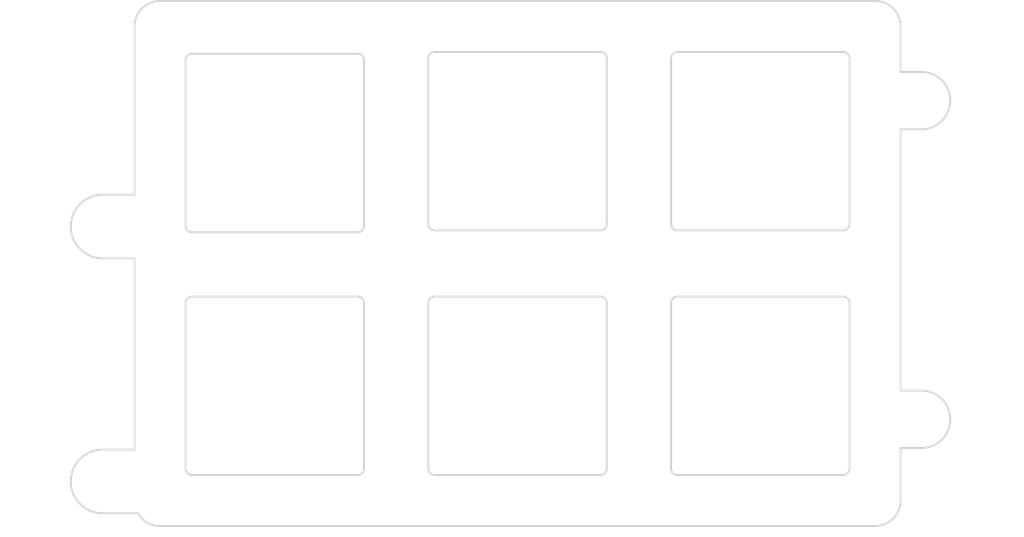
<source format=kicad_pcb>
(kicad_pcb (version 20221018) (generator pcbnew)
  (title_block (comment 1 "Open source hardware, CERN-OHL-P v2"))
  (layers (0 "F.Cu" signal) (31 "B.Cu" signal) (34 "B.Paste" user) (35 "F.Paste" user) (36 "B.SilkS" user "B.Silkscreen") (37 "F.SilkS" user "F.Silkscreen") (38 "B.Mask" user) (39 "F.Mask" user) (44 "Edge.Cuts" user))
  (net 0 "")
  (footprint "MountingHole:MountingHole_2.5mm" (layer "F.Cu") (at 110.429 96.7164)
    (fp_text reference "REF**" hide)
    (fp_text value "MountingHole_2.5mm")
    (pad "" np_thru_hole circle (at 0 0) (size 2.5 2.5) (drill 2.5) (layers "*.Cu" "*.Mask"))
  )
  (footprint "MountingHole:MountingHole_2.5mm" (layer "F.Cu") (at 110.429 116.7164)
    (fp_text reference "REF**" hide)
    (fp_text value "MountingHole_2.5mm")
    (pad "" np_thru_hole circle (at 0 0) (size 2.5 2.5) (drill 2.5) (layers "*.Cu" "*.Mask"))
  )
  (footprint "MountingHole:MountingHole_2.5mm" (layer "F.Cu") (at 174.679 86.84017)
    (fp_text reference "REF**" hide)
    (fp_text value "MountingHole_2.5mm")
    (pad "" np_thru_hole circle (at 0 0) (size 2.5 2.5) (drill 2.5) (layers "*.Cu" "*.Mask"))
  )
  (footprint "MountingHole:MountingHole_2.5mm" (layer "F.Cu") (at 174.679 111.84017)
    (fp_text reference "REF**" hide)
    (fp_text value "MountingHole_2.5mm")
    (pad "" np_thru_hole circle (at 0 0) (size 2.5 2.5) (drill 2.5) (layers "*.Cu" "*.Mask"))
  )
  (gr_arc (start 171.029 79.01995) (mid 172.443214 79.605736) (end 173.029 81.01995) (stroke (width 0.15)) (layer "Edge.Cuts"))
  (gr_arc (start 149.979001 96.52) (mid 149.832554 96.873554) (end 149.479 97.020001) (stroke (width 0.15)) (layer "Edge.Cuts"))
  (gr_line (start 169.029 102.7164) (end 169.029 115.7164) (stroke (width 0.15)) (layer "Edge.Cuts"))
  (gr_arc (start 149.479 102.2164) (mid 149.832553 102.362847) (end 149.979 102.7164) (stroke (width 0.15)) (layer "Edge.Cuts"))
  (gr_line (start 114.929 120.2164) (end 171.029 120.2164) (stroke (width 0.15)) (layer "Edge.Cuts"))
  (gr_line (start 117.429 102.2164) (end 130.429 102.2164) (stroke (width 0.15)) (layer "Edge.Cuts"))
  (gr_arc (start 116.929 83.6664) (mid 117.075447 83.312847) (end 117.429 83.1664) (stroke (width 0.15)) (layer "Edge.Cuts"))
  (gr_arc (start 135.979 102.7164) (mid 136.125447 102.362847) (end 136.479 102.2164) (stroke (width 0.15)) (layer "Edge.Cuts"))
  (gr_arc (start 130.929 115.7164) (mid 130.782553 116.069953) (end 130.429 116.2164) (stroke (width 0.15)) (layer "Edge.Cuts"))
  (gr_line (start 168.529 116.2164) (end 155.529 116.2164) (stroke (width 0.15)) (layer "Edge.Cuts"))
  (gr_arc (start 130.929 96.6664) (mid 130.782553 97.019953) (end 130.429 97.1664) (stroke (width 0.15)) (layer "Edge.Cuts"))
  (gr_arc (start 149.479 83.019949) (mid 149.832554 83.166396) (end 149.979001 83.519949) (stroke (width 0.15)) (layer "Edge.Cuts"))
  (gr_line (start 174.679 84.59017) (end 173.029 84.59017) (stroke (width 0.15)) (layer "Edge.Cuts"))
  (gr_arc (start 135.978999 83.51995) (mid 136.125446 83.166396) (end 136.479 83.019949) (stroke (width 0.15)) (layer "Edge.Cuts"))
  (gr_arc (start 169.029 96.52) (mid 168.882553 96.873553) (end 168.529 97.02) (stroke (width 0.15)) (layer "Edge.Cuts"))
  (gr_arc (start 130.429 83.1664) (mid 130.782553 83.312847) (end 130.929 83.6664) (stroke (width 0.15)) (layer "Edge.Cuts"))
  (gr_line (start 130.429 97.1664) (end 117.429 97.1664) (stroke (width 0.15)) (layer "Edge.Cuts"))
  (gr_line (start 135.979 115.7164) (end 135.979 102.7164) (stroke (width 0.15)) (layer "Edge.Cuts"))
  (gr_line (start 130.929 102.7164) (end 130.929 115.7164) (stroke (width 0.15)) (layer "Edge.Cuts"))
  (gr_arc (start 136.478999 97.020001) (mid 136.125446 96.873554) (end 135.978999 96.52) (stroke (width 0.15)) (layer "Edge.Cuts"))
  (gr_line (start 174.679 109.59017) (end 173.029 109.59017) (stroke (width 0.15)) (layer "Edge.Cuts"))
  (gr_arc (start 155.529 97.02) (mid 155.175447 96.873553) (end 155.029 96.52) (stroke (width 0.15)) (layer "Edge.Cuts"))
  (gr_line (start 116.929 115.7164) (end 116.929 102.7164) (stroke (width 0.15)) (layer "Edge.Cuts"))
  (gr_line (start 135.978999 96.52) (end 135.978999 83.51995) (stroke (width 0.15)) (layer "Edge.Cuts"))
  (gr_arc (start 169.029 115.7164) (mid 168.882553 116.069953) (end 168.529 116.2164) (stroke (width 0.15)) (layer "Edge.Cuts"))
  (gr_line (start 173.029 84.59017) (end 173.029 81.01995) (stroke (width 0.15)) (layer "Edge.Cuts"))
  (gr_arc (start 136.479 116.2164) (mid 136.125447 116.069953) (end 135.979 115.7164) (stroke (width 0.15)) (layer "Edge.Cuts"))
  (gr_line (start 117.429 83.1664) (end 130.429 83.1664) (stroke (width 0.15)) (layer "Edge.Cuts"))
  (gr_line (start 116.929 96.6664) (end 116.929 83.6664) (stroke (width 0.15)) (layer "Edge.Cuts"))
  (gr_line (start 149.979001 83.519949) (end 149.979 96.52) (stroke (width 0.15)) (layer "Edge.Cuts"))
  (gr_line (start 130.429 116.2164) (end 117.429 116.2164) (stroke (width 0.15)) (layer "Edge.Cuts"))
  (gr_line (start 174.679 114.09017) (end 173.029 114.09017) (stroke (width 0.15)) (layer "Edge.Cuts"))
  (gr_arc (start 149.979 115.7164) (mid 149.832553 116.069953) (end 149.479 116.2164) (stroke (width 0.15)) (layer "Edge.Cuts"))
  (gr_arc (start 112.929 81.01995) (mid 113.514786 79.605736) (end 114.929 79.01995) (stroke (width 0.15)) (layer "Edge.Cuts"))
  (gr_arc (start 155.529 116.2164) (mid 155.175447 116.069953) (end 155.029 115.7164) (stroke (width 0.15)) (layer "Edge.Cuts"))
  (gr_line (start 168.529 97.02) (end 155.529 97.02) (stroke (width 0.15)) (layer "Edge.Cuts"))
  (gr_line (start 168.529 83.01995) (end 155.529 83.01995) (stroke (width 0.15)) (layer "Edge.Cuts"))
  (gr_arc (start 174.679 109.59017) (mid 176.929 111.84017) (end 174.679 114.09017) (stroke (width 0.15)) (layer "Edge.Cuts"))
  (gr_arc (start 155.029 102.7164) (mid 155.175447 102.362847) (end 155.529 102.2164) (stroke (width 0.15)) (layer "Edge.Cuts"))
  (gr_line (start 110.429 99.2164) (end 112.929 99.2164) (stroke (width 0.15)) (layer "Edge.Cuts"))
  (gr_arc (start 168.529 83.01995) (mid 168.882571 83.166394) (end 169.029 83.51995) (stroke (width 0.15)) (layer "Edge.Cuts"))
  (gr_line (start 149.979 102.7164) (end 149.979 115.7164) (stroke (width 0.15)) (layer "Edge.Cuts"))
  (gr_line (start 155.029 115.7164) (end 155.029 102.7164) (stroke (width 0.15)) (layer "Edge.Cuts"))
  (gr_line (start 173.029 109.59017) (end 173.029 89.09017) (stroke (width 0.15)) (layer "Edge.Cuts"))
  (gr_arc (start 110.429 99.2164) (mid 107.929 96.7164) (end 110.429 94.2164) (stroke (width 0.15)) (layer "Edge.Cuts"))
  (gr_arc (start 116.929 102.7164) (mid 117.075447 102.362847) (end 117.429 102.2164) (stroke (width 0.15)) (layer "Edge.Cuts"))
  (gr_line (start 114.929 79.01995) (end 171.029 79.01995) (stroke (width 0.15)) (layer "Edge.Cuts"))
  (gr_arc (start 174.679 84.59017) (mid 176.929 86.84017) (end 174.679 89.09017) (stroke (width 0.15)) (layer "Edge.Cuts"))
  (gr_line (start 149.479 116.2164) (end 136.479 116.2164) (stroke (width 0.15)) (layer "Edge.Cuts"))
  (gr_line (start 110.429 114.2164) (end 112.929 114.2164) (stroke (width 0.15)) (layer "Edge.Cuts"))
  (gr_line (start 174.679 89.09017) (end 173.029 89.09017) (stroke (width 0.15)) (layer "Edge.Cuts"))
  (gr_arc (start 117.429 97.1664) (mid 117.075447 97.019953) (end 116.929 96.6664) (stroke (width 0.15)) (layer "Edge.Cuts"))
  (gr_line (start 136.479 102.2164) (end 149.479 102.2164) (stroke (width 0.15)) (layer "Edge.Cuts"))
  (gr_line (start 110.429 119.2164) (end 113.196949 119.2164) (stroke (width 0.15)) (layer "Edge.Cuts"))
  (gr_arc (start 130.429 102.2164) (mid 130.782553 102.362847) (end 130.929 102.7164) (stroke (width 0.15)) (layer "Edge.Cuts"))
  (gr_line (start 173.029 118.2164) (end 173.029 114.09017) (stroke (width 0.15)) (layer "Edge.Cuts"))
  (gr_line (start 149.479 97.02) (end 136.478999 97.020001) (stroke (width 0.15)) (layer "Edge.Cuts"))
  (gr_arc (start 110.429 119.2164) (mid 107.929 116.7164) (end 110.429 114.2164) (stroke (width 0.15)) (layer "Edge.Cuts"))
  (gr_line (start 136.479 83.01995) (end 149.479 83.01995) (stroke (width 0.15)) (layer "Edge.Cuts"))
  (gr_line (start 110.429 94.2164) (end 112.929 94.2164) (stroke (width 0.15)) (layer "Edge.Cuts"))
  (gr_arc (start 173.029 118.2164) (mid 172.443214 119.630614) (end 171.029 120.2164) (stroke (width 0.15)) (layer "Edge.Cuts"))
  (gr_line (start 155.029 96.52) (end 155.029 83.51995) (stroke (width 0.15)) (layer "Edge.Cuts"))
  (gr_arc (start 117.429 116.2164) (mid 117.075447 116.069953) (end 116.929 115.7164) (stroke (width 0.15)) (layer "Edge.Cuts"))
  (gr_line (start 155.529 102.2164) (end 168.529 102.2164) (stroke (width 0.15)) (layer "Edge.Cuts"))
  (gr_line (start 130.929 83.6664) (end 130.929 96.6664) (stroke (width 0.15)) (layer "Edge.Cuts"))
  (gr_line (start 112.929 94.2164) (end 112.929 81.01995) (stroke (width 0.15)) (layer "Edge.Cuts"))
  (gr_line (start 169.029 96.52) (end 169.029 83.51995) (stroke (width 0.15)) (layer "Edge.Cuts"))
  (gr_line (start 112.929 114.2164) (end 112.929 99.2164) (stroke (width 0.15)) (layer "Edge.Cuts"))
  (gr_arc (start 114.929 120.2164) (mid 113.929 119.948451) (end 113.196949 119.2164) (stroke (width 0.15)) (layer "Edge.Cuts"))
  (gr_arc (start 168.529 102.2164) (mid 168.882553 102.362847) (end 169.029 102.7164) (stroke (width 0.15)) (layer "Edge.Cuts"))
  (gr_arc (start 155.029 83.51995) (mid 155.175464 83.166429) (end 155.529 83.01995) (stroke (width 0.15)) (layer "Edge.Cuts"))
)
</source>
